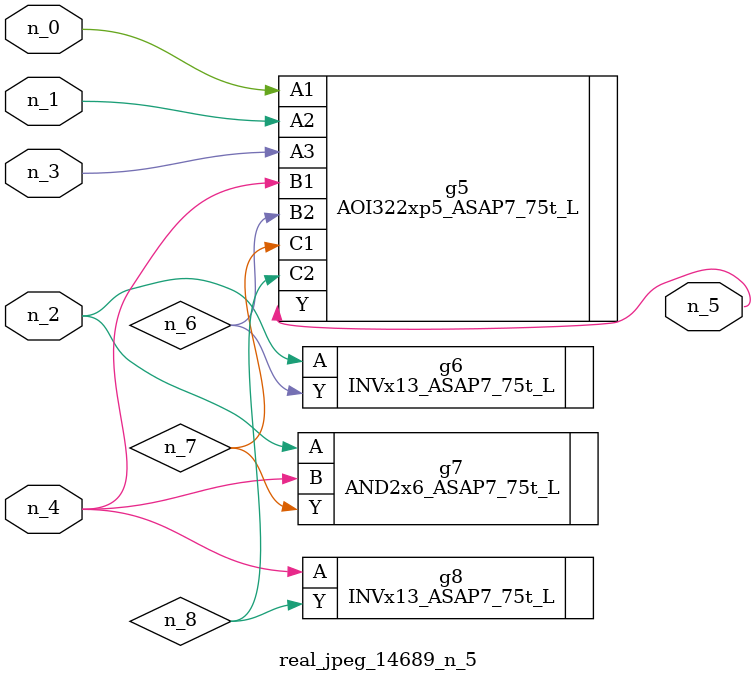
<source format=v>
module real_jpeg_14689_n_5 (n_4, n_0, n_1, n_2, n_3, n_5);

input n_4;
input n_0;
input n_1;
input n_2;
input n_3;

output n_5;

wire n_8;
wire n_6;
wire n_7;

AOI322xp5_ASAP7_75t_L g5 ( 
.A1(n_0),
.A2(n_1),
.A3(n_3),
.B1(n_4),
.B2(n_6),
.C1(n_7),
.C2(n_8),
.Y(n_5)
);

INVx13_ASAP7_75t_L g6 ( 
.A(n_2),
.Y(n_6)
);

AND2x6_ASAP7_75t_L g7 ( 
.A(n_2),
.B(n_4),
.Y(n_7)
);

INVx13_ASAP7_75t_L g8 ( 
.A(n_4),
.Y(n_8)
);


endmodule
</source>
